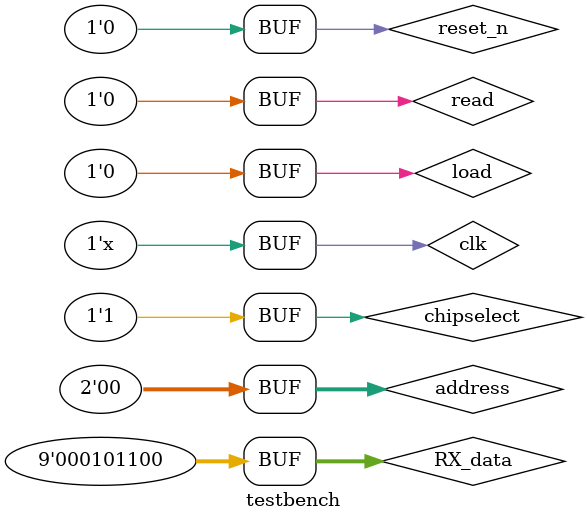
<source format=v>
`timescale 1ns / 1ps

module testbench ();

	reg clk;
	reg reset_n;
	reg [1:0] address;
	reg read;
	reg chipselect;
	reg [8:0] RX_data;
	reg load;
	wire [31:0] readdata;

LoadReg T1 (clk, reset_n, address, read, chipselect, RX_data, load, readdata);

	always
		#5 clk <= ~clk;

	initial 
		begin
			chipselect <= 1'b0;
			RX_data <= 8'b0;
			load <= 1'b0;
			read <= 1'b0;
			address <= 2'b00;
			clk<= 1'b0;
			reset_n <= 1'b0;
			#20 reset_n <= 1'b1;
			#20 RX_data <= 8'h54;
			chipselect <= 1'b1;
			#20 load <= 1'b1;
			#10 load <= 1'b0;
			#20 read <= 1'b1;
			#20 read <= 1'b0;
			
			#20 RX_data <= 8'h2C;
			chipselect <= 1'b1;
			#20 load <= 1'b1;
			#10 load <= 1'b0;
			#10 read <= 1'b1;
			#20 read <= 1'b0;
			#20 reset_n <= 1'b0;
			
			
			
			
			//UART:
//			#15 RX_in <= 1'b0;//Start  0x54 lsb first
//			#180 RX_in <= 1'b0;  
//			#180 RX_in <= 1'b0;
//			#180 RX_in <= 1'b1;
//			#180 RX_in <= 1'b0;
//			#180 RX_in <= 1'b1;	
//			#180 RX_in <= 1'b0;
//			#180 RX_in <= 1'b1;
//			#180 RX_in <= 1'b0;
//			#180 RX_in <= 1'b1;	//Stop
//			#180 RX_in <= 1'b0;	//Start 0x2c lsb first
//			#180 RX_in <= 1'b0;  
//			#180 RX_in <= 1'b0;
//			#180 RX_in <= 1'b1;
//			#180 RX_in <= 1'b1;
//			#180 RX_in <= 1'b0;	
//			#180 RX_in <= 1'b1;
//			#180 RX_in <= 1'b0;
//			#180 RX_in <= 1'b0;
//			#180 RX_in <= 1'b1;	//Stop
		end
	
endmodule 
</source>
